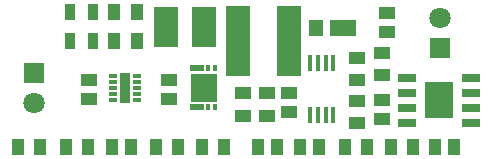
<source format=gbr>
%TF.GenerationSoftware,KiCad,Pcbnew,(5.1.12-1-g0a0a2da680)-1*%
%TF.CreationDate,2021-11-30T19:19:06+01:00*%
%TF.ProjectId,SolarCharger,536f6c61-7243-4686-9172-6765722e6b69,rev?*%
%TF.SameCoordinates,Original*%
%TF.FileFunction,Soldermask,Top*%
%TF.FilePolarity,Negative*%
%FSLAX46Y46*%
G04 Gerber Fmt 4.6, Leading zero omitted, Abs format (unit mm)*
G04 Created by KiCad (PCBNEW (5.1.12-1-g0a0a2da680)-1) date 2021-11-30 19:19:06*
%MOMM*%
%LPD*%
G01*
G04 APERTURE LIST*
%ADD10R,1.000000X1.450000*%
%ADD11R,1.450000X1.000000*%
%ADD12R,0.900000X1.400000*%
%ADD13R,2.010000X6.000000*%
%ADD14C,1.800000*%
%ADD15R,1.800000X1.800000*%
%ADD16R,2.400000X3.100000*%
%ADD17R,1.525000X0.650000*%
%ADD18R,0.450000X1.400000*%
%ADD19R,2.210000X2.400000*%
%ADD20R,1.200000X0.500000*%
%ADD21R,0.400000X0.500000*%
%ADD22R,0.940000X2.500000*%
%ADD23R,0.700000X0.300000*%
%ADD24R,2.000000X3.500000*%
%ADD25R,1.250000X1.400000*%
%ADD26R,2.300000X1.400000*%
%ADD27R,1.470000X1.020000*%
%ADD28R,1.020000X1.470000*%
G04 APERTURE END LIST*
D10*
%TO.C,R13*%
X112750000Y-53700000D03*
X114650000Y-53700000D03*
%TD*%
D11*
%TO.C,R12*%
X112000000Y-47650000D03*
X112000000Y-45750000D03*
%TD*%
D10*
%TO.C,R11*%
X110750000Y-53700000D03*
X108850000Y-53700000D03*
%TD*%
D11*
%TO.C,R10*%
X109900000Y-49850000D03*
X109900000Y-51750000D03*
%TD*%
%TO.C,R9*%
X109900000Y-48100000D03*
X109900000Y-46200000D03*
%TD*%
%TO.C,R8*%
X100200000Y-51100000D03*
X100200000Y-49200000D03*
%TD*%
%TO.C,R7*%
X102300000Y-51100000D03*
X102300000Y-49200000D03*
%TD*%
D10*
%TO.C,R6*%
X92850000Y-53700000D03*
X94750000Y-53700000D03*
%TD*%
%TO.C,R5*%
X89350000Y-42300000D03*
X91250000Y-42300000D03*
%TD*%
%TO.C,R4*%
X89350000Y-44800000D03*
X91250000Y-44800000D03*
%TD*%
%TO.C,R3*%
X96750000Y-53700000D03*
X98650000Y-53700000D03*
%TD*%
%TO.C,R2*%
X87110000Y-53700000D03*
X85210000Y-53700000D03*
%TD*%
%TO.C,R1*%
X83050000Y-53700000D03*
X81150000Y-53700000D03*
%TD*%
D12*
%TO.C,LED2*%
X87500000Y-42300000D03*
X85600000Y-42300000D03*
%TD*%
%TO.C,LED1*%
X87500000Y-44800000D03*
X85600000Y-44800000D03*
%TD*%
D13*
%TO.C,L1*%
X99850000Y-44800000D03*
X104150000Y-44800000D03*
%TD*%
D14*
%TO.C,J2*%
X116900000Y-42860000D03*
D15*
X116900000Y-45400000D03*
%TD*%
D14*
%TO.C,J1*%
X82500000Y-50000000D03*
D15*
X82500000Y-47460000D03*
%TD*%
D16*
%TO.C,IC4*%
X116800000Y-49800000D03*
D17*
X119512000Y-47895000D03*
X119512000Y-49165000D03*
X119512000Y-50435000D03*
X119512000Y-51705000D03*
X114088000Y-51705000D03*
X114088000Y-50435000D03*
X114088000Y-49165000D03*
X114088000Y-47895000D03*
%TD*%
D18*
%TO.C,IC3*%
X107875000Y-51000000D03*
X107225000Y-51000000D03*
X106575000Y-51000000D03*
X105925000Y-51000000D03*
X105925000Y-46600000D03*
X106575000Y-46600000D03*
X107225000Y-46600000D03*
X107875000Y-46600000D03*
%TD*%
D19*
%TO.C,IC2*%
X96900000Y-48730000D03*
D20*
X96350000Y-47080000D03*
D21*
X97300000Y-47080000D03*
X97850000Y-47080000D03*
X97850000Y-50380000D03*
X97300000Y-50380000D03*
D20*
X96350000Y-50380000D03*
%TD*%
D22*
%TO.C,IC1*%
X90250000Y-48767500D03*
D23*
X91250000Y-47767500D03*
X91250000Y-48267500D03*
X91250000Y-48767500D03*
X91250000Y-49267500D03*
X91250000Y-49767500D03*
X89250000Y-49767500D03*
X89250000Y-49267500D03*
X89250000Y-48767500D03*
X89250000Y-48267500D03*
X89250000Y-47767500D03*
%TD*%
D24*
%TO.C,H2*%
X93700000Y-43600000D03*
%TD*%
%TO.C,H1*%
X96900000Y-43600000D03*
%TD*%
D25*
%TO.C,D1*%
X106375000Y-43700000D03*
D26*
X108700000Y-43700000D03*
%TD*%
D27*
%TO.C,C9*%
X112400000Y-42400000D03*
X112400000Y-44000000D03*
%TD*%
D28*
%TO.C,C8*%
X118100000Y-53700000D03*
X116500000Y-53700000D03*
%TD*%
D27*
%TO.C,C7*%
X104100000Y-50800000D03*
X104100000Y-49200000D03*
%TD*%
%TO.C,C6*%
X112000000Y-49800000D03*
X112000000Y-51400000D03*
%TD*%
D28*
%TO.C,C5*%
X106700000Y-53700000D03*
X105100000Y-53700000D03*
%TD*%
%TO.C,C4*%
X101500000Y-53700000D03*
X103100000Y-53700000D03*
%TD*%
D27*
%TO.C,C3*%
X94000000Y-49700000D03*
X94000000Y-48100000D03*
%TD*%
D28*
%TO.C,C2*%
X90780000Y-53700000D03*
X89180000Y-53700000D03*
%TD*%
D27*
%TO.C,C1*%
X87200000Y-49700000D03*
X87200000Y-48100000D03*
%TD*%
M02*

</source>
